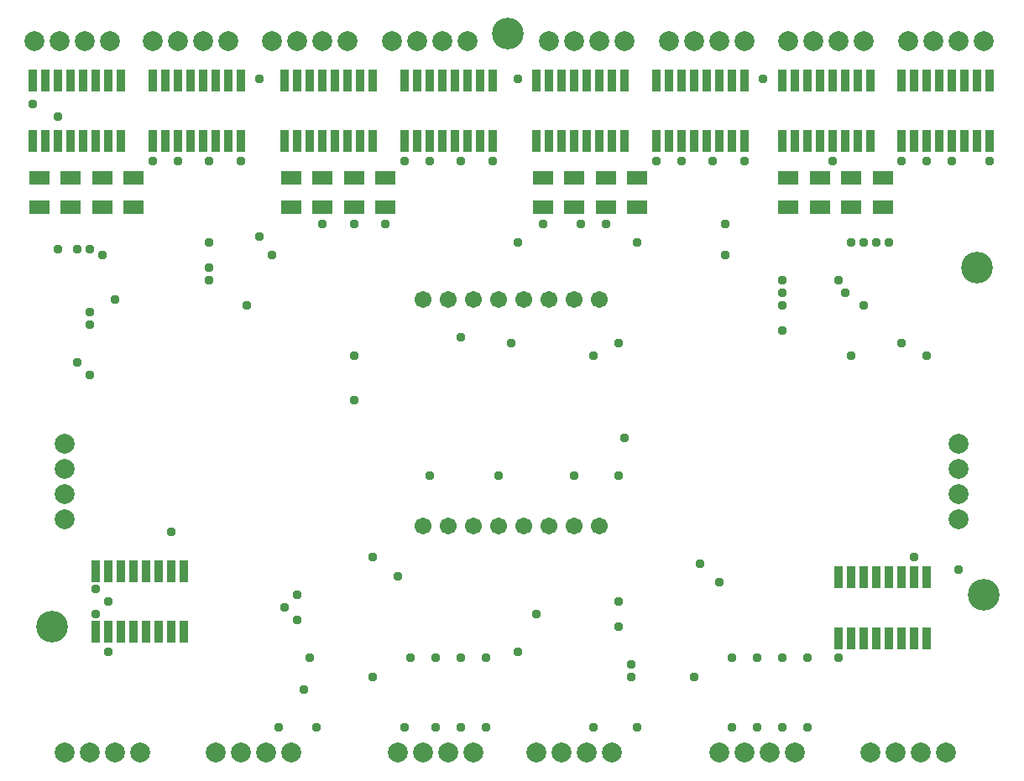
<source format=gbr>
G04 EAGLE Gerber RS-274X export*
G75*
%MOMM*%
%FSLAX34Y34*%
%LPD*%
%INSoldermask Bottom*%
%IPPOS*%
%AMOC8*
5,1,8,0,0,1.08239X$1,22.5*%
G01*
%ADD10C,3.203200*%
%ADD11R,0.863600X2.235200*%
%ADD12R,2.018500X1.367800*%
%ADD13C,2.003200*%
%ADD14C,1.711200*%
%ADD15C,0.959600*%


D10*
X497840Y769620D03*
X38100Y171450D03*
X971550Y533400D03*
X977900Y203200D03*
D11*
X920750Y159766D03*
X920750Y221234D03*
X908050Y159766D03*
X895350Y159766D03*
X908050Y221234D03*
X895350Y221234D03*
X882650Y159766D03*
X882650Y221234D03*
X869950Y159766D03*
X869950Y221234D03*
X857250Y159766D03*
X844550Y159766D03*
X857250Y221234D03*
X844550Y221234D03*
X831850Y159766D03*
X831850Y221234D03*
D12*
X876300Y594846D03*
X876300Y624354D03*
X844550Y594846D03*
X844550Y624354D03*
X812800Y594846D03*
X812800Y624354D03*
X781050Y594846D03*
X781050Y624354D03*
X628650Y594846D03*
X628650Y624354D03*
X596900Y594846D03*
X596900Y624354D03*
X565150Y594846D03*
X565150Y624354D03*
X533400Y594846D03*
X533400Y624354D03*
X374650Y594846D03*
X374650Y624354D03*
X342900Y594846D03*
X342900Y624354D03*
X311150Y594846D03*
X311150Y624354D03*
D13*
X977900Y762000D03*
X901700Y762000D03*
X927100Y762000D03*
X952500Y762000D03*
X857250Y762000D03*
X781050Y762000D03*
X806450Y762000D03*
X831850Y762000D03*
X736600Y762000D03*
X660400Y762000D03*
X685800Y762000D03*
X711200Y762000D03*
X615950Y762000D03*
X539750Y762000D03*
X565150Y762000D03*
X590550Y762000D03*
X457200Y762000D03*
X381000Y762000D03*
X406400Y762000D03*
X431800Y762000D03*
X336550Y762000D03*
X260350Y762000D03*
X285750Y762000D03*
X311150Y762000D03*
X952500Y355600D03*
X952500Y279400D03*
X952500Y304800D03*
X952500Y330200D03*
X939800Y44450D03*
X863600Y44450D03*
X889000Y44450D03*
X914400Y44450D03*
X787400Y44450D03*
X711200Y44450D03*
X736600Y44450D03*
X762000Y44450D03*
X603250Y44450D03*
X527050Y44450D03*
X552450Y44450D03*
X577850Y44450D03*
X463550Y44450D03*
X387350Y44450D03*
X412750Y44450D03*
X438150Y44450D03*
X279400Y44450D03*
X203200Y44450D03*
X228600Y44450D03*
X254000Y44450D03*
D12*
X279400Y594846D03*
X279400Y624354D03*
D14*
X565150Y273050D03*
X539750Y273050D03*
X514350Y273050D03*
X488950Y273050D03*
X463550Y273050D03*
X438150Y273050D03*
X412750Y273050D03*
X565150Y501650D03*
X539750Y501650D03*
X514350Y501650D03*
X488950Y501650D03*
X463550Y501650D03*
X438150Y501650D03*
X412750Y501650D03*
X590550Y273050D03*
X590550Y501650D03*
D11*
X984250Y661416D03*
X984250Y722884D03*
X971550Y661416D03*
X958850Y661416D03*
X971550Y722884D03*
X958850Y722884D03*
X946150Y661416D03*
X946150Y722884D03*
X933450Y661416D03*
X933450Y722884D03*
X920750Y661416D03*
X908050Y661416D03*
X920750Y722884D03*
X908050Y722884D03*
X895350Y661416D03*
X895350Y722884D03*
X863600Y661416D03*
X863600Y722884D03*
X850900Y661416D03*
X838200Y661416D03*
X850900Y722884D03*
X838200Y722884D03*
X825500Y661416D03*
X825500Y722884D03*
X812800Y661416D03*
X812800Y722884D03*
X800100Y661416D03*
X787400Y661416D03*
X800100Y722884D03*
X787400Y722884D03*
X774700Y661416D03*
X774700Y722884D03*
X736600Y661416D03*
X736600Y722884D03*
X723900Y661416D03*
X711200Y661416D03*
X723900Y722884D03*
X711200Y722884D03*
X698500Y661416D03*
X698500Y722884D03*
X685800Y661416D03*
X685800Y722884D03*
X673100Y661416D03*
X660400Y661416D03*
X673100Y722884D03*
X660400Y722884D03*
X647700Y661416D03*
X647700Y722884D03*
X615950Y661416D03*
X615950Y722884D03*
X603250Y661416D03*
X590550Y661416D03*
X603250Y722884D03*
X590550Y722884D03*
X577850Y661416D03*
X577850Y722884D03*
X565150Y661416D03*
X565150Y722884D03*
X552450Y661416D03*
X539750Y661416D03*
X552450Y722884D03*
X539750Y722884D03*
X527050Y661416D03*
X527050Y722884D03*
X482600Y661416D03*
X482600Y722884D03*
X469900Y661416D03*
X457200Y661416D03*
X469900Y722884D03*
X457200Y722884D03*
X444500Y661416D03*
X444500Y722884D03*
X431800Y661416D03*
X431800Y722884D03*
X419100Y661416D03*
X406400Y661416D03*
X419100Y722884D03*
X406400Y722884D03*
X393700Y661416D03*
X393700Y722884D03*
X361950Y661416D03*
X361950Y722884D03*
X349250Y661416D03*
X336550Y661416D03*
X349250Y722884D03*
X336550Y722884D03*
X323850Y661416D03*
X323850Y722884D03*
X311150Y661416D03*
X311150Y722884D03*
X298450Y661416D03*
X285750Y661416D03*
X298450Y722884D03*
X285750Y722884D03*
X273050Y661416D03*
X273050Y722884D03*
X228600Y661416D03*
X228600Y722884D03*
X215900Y661416D03*
X203200Y661416D03*
X215900Y722884D03*
X203200Y722884D03*
X190500Y661416D03*
X190500Y722884D03*
X177800Y661416D03*
X177800Y722884D03*
X165100Y661416D03*
X152400Y661416D03*
X165100Y722884D03*
X152400Y722884D03*
X139700Y661416D03*
X139700Y722884D03*
X107950Y661416D03*
X107950Y722884D03*
X95250Y661416D03*
X82550Y661416D03*
X95250Y722884D03*
X82550Y722884D03*
X69850Y661416D03*
X69850Y722884D03*
X57150Y661416D03*
X57150Y722884D03*
X44450Y661416D03*
X31750Y661416D03*
X44450Y722884D03*
X31750Y722884D03*
X19050Y661416D03*
X19050Y722884D03*
D12*
X120650Y594846D03*
X120650Y624354D03*
X88900Y594846D03*
X88900Y624354D03*
X57150Y594846D03*
X57150Y624354D03*
X25400Y594846D03*
X25400Y624354D03*
D13*
X215900Y762000D03*
X139700Y762000D03*
X165100Y762000D03*
X190500Y762000D03*
X96520Y762000D03*
X20320Y762000D03*
X45720Y762000D03*
X71120Y762000D03*
X127000Y44450D03*
X50800Y44450D03*
X76200Y44450D03*
X101600Y44450D03*
X50800Y279400D03*
X50800Y355600D03*
X50800Y330200D03*
X50800Y304800D03*
D11*
X82550Y227584D03*
X82550Y166116D03*
X95250Y227584D03*
X107950Y227584D03*
X95250Y166116D03*
X107950Y166116D03*
X120650Y227584D03*
X120650Y166116D03*
X133350Y227584D03*
X133350Y166116D03*
X146050Y227584D03*
X158750Y227584D03*
X146050Y166116D03*
X158750Y166116D03*
X171450Y227584D03*
X171450Y166116D03*
D15*
X292100Y107950D03*
X361950Y120650D03*
X622300Y120650D03*
X685800Y120650D03*
X825500Y641350D03*
X717550Y577850D03*
X247650Y565150D03*
X44450Y685800D03*
X774700Y520700D03*
X831850Y520700D03*
X508000Y558800D03*
X908050Y241300D03*
X158750Y266700D03*
X95250Y146050D03*
X831850Y139700D03*
X273050Y190500D03*
X717550Y546100D03*
X609600Y196850D03*
X285750Y203200D03*
X755650Y723900D03*
X247650Y723900D03*
X508000Y723900D03*
X19050Y698500D03*
X920750Y444500D03*
X844550Y444500D03*
X952500Y228600D03*
X82550Y184150D03*
X895350Y457200D03*
X609600Y457200D03*
X234950Y495300D03*
X774700Y469900D03*
X838200Y508000D03*
X774700Y508000D03*
X76200Y476250D03*
X196850Y520700D03*
X76200Y425450D03*
X342900Y400050D03*
X774700Y495300D03*
X857250Y495300D03*
X76200Y488950D03*
X196850Y533400D03*
X63500Y438150D03*
X342900Y444500D03*
X844550Y558800D03*
X984250Y641350D03*
X946150Y641350D03*
X920750Y641350D03*
X895350Y641350D03*
X736600Y641350D03*
X704850Y641350D03*
X673100Y641350D03*
X647700Y641350D03*
X482600Y641350D03*
X450850Y641350D03*
X419100Y641350D03*
X393700Y641350D03*
X285750Y177800D03*
X609600Y171450D03*
X82550Y209550D03*
X527050Y184150D03*
X298450Y139700D03*
X622300Y133350D03*
X95250Y196850D03*
X508000Y146050D03*
X615950Y361950D03*
X800100Y69850D03*
X800100Y139700D03*
X774700Y69850D03*
X774700Y139700D03*
X749300Y69850D03*
X749300Y139700D03*
X723900Y69850D03*
X723900Y139700D03*
X628650Y69850D03*
X584200Y69850D03*
X476250Y69850D03*
X476250Y139700D03*
X450850Y69850D03*
X450850Y139700D03*
X425450Y69850D03*
X425450Y139700D03*
X393700Y69850D03*
X400050Y139700D03*
X304800Y69850D03*
X266700Y69850D03*
X692150Y234950D03*
X711200Y215900D03*
X361950Y241300D03*
X101600Y501650D03*
X196850Y558800D03*
X228600Y641350D03*
X196850Y641350D03*
X165100Y641350D03*
X139700Y641350D03*
X387350Y222250D03*
X88900Y546100D03*
X76200Y552450D03*
X63500Y552450D03*
X44450Y552450D03*
X260350Y546100D03*
X311150Y577850D03*
X342900Y577850D03*
X374650Y577850D03*
X628650Y558800D03*
X596900Y577850D03*
X571500Y577850D03*
X533400Y577850D03*
X857250Y558800D03*
X869950Y558800D03*
X882650Y558800D03*
X609600Y323850D03*
X488950Y323850D03*
X419100Y323850D03*
X565150Y323850D03*
X584200Y444500D03*
X501650Y457200D03*
X450850Y463550D03*
M02*

</source>
